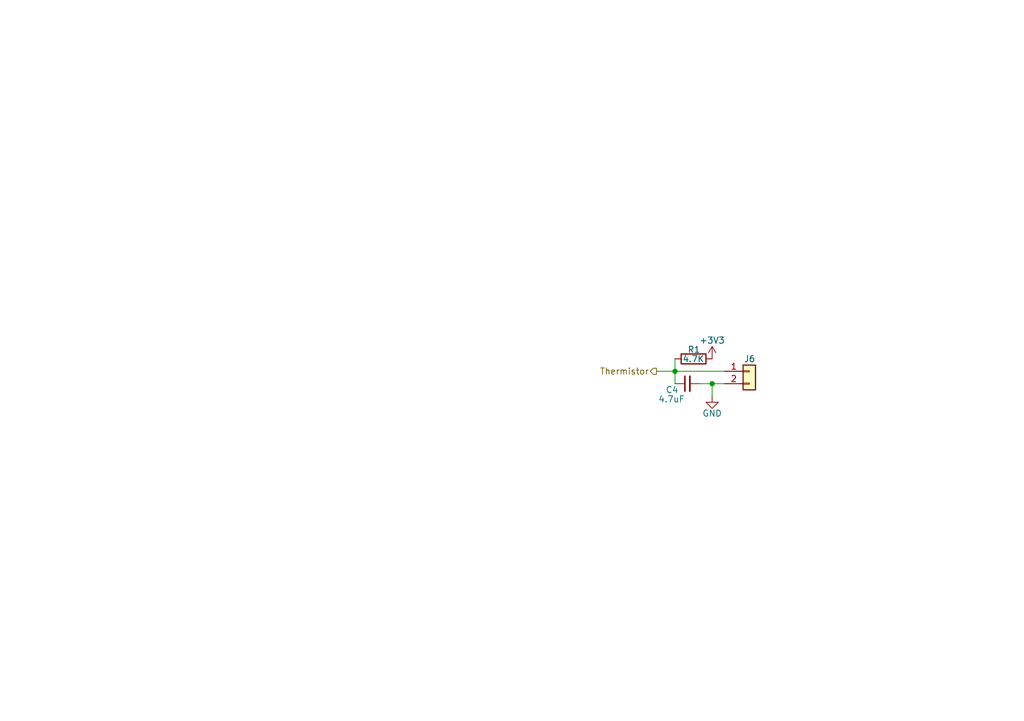
<source format=kicad_sch>
(kicad_sch (version 20231120) (generator "eeschema") (generator_version "8.0")
  (paper "A5")
  (title_block (title "TLA2517 REMS Module") (date "2024-03-22") (rev "V1") (company "Pera") (comment 2 "CERN-OHL-v2-S"))
  (lib_symbols
    (symbol "Connector_Generic:Conn_01x02" (pin_names (offset 1.016) hide)
      (property "Reference" "J" (at 0 2.54 0))
      (property "Value" "Conn_01x02" (at 0 -5.08 0))
      (symbol "Conn_01x02_1_1"
        (rectangle (start -1.27 -2.413) (end 0 -2.667) (stroke (width 0.1524)))
        (rectangle (start -1.27 0.127) (end 0 -0.127) (stroke (width 0.1524)))
        (rectangle (start -1.27 1.27) (end 1.27 -3.81) (stroke (width 0.254)) (fill (type background)))
        (pin passive line (at -5.08 0 0) (length 3.81) (name "Pin_1") (number "1"))
        (pin passive line (at -5.08 -2.54 0) (length 3.81) (name "Pin_2") (number "2"))
      )
    )
    (symbol "Device:C_Small" (pin_numbers hide) (pin_names (offset 0.254) hide)
      (property "Reference" "C" (at 0.254 1.778 0))
      (property "Value" "C_Small" (at 0.254 -2.032 0))
      (symbol "C_Small_0_1"
        (polyline (pts (xy -1.524 -0.508) (xy 1.524 -0.508)) (stroke (width 0.3302)))
        (polyline (pts (xy -1.524 0.508) (xy 1.524 0.508)) (stroke (width 0.3048)))
      )
      (symbol "C_Small_1_1"
        (pin passive line (at 0 2.54 270) (length 2.032) (name "~") (number "1"))
        (pin passive line (at 0 -2.54 90) (length 2.032) (name "~") (number "2"))
      )
    )
    (symbol "Device:R" (pin_numbers hide) (pin_names (offset 0))
      (property "Reference" "R" (at 2.032 0 90))
      (property "Value" "R" (at 0 0 90))
      (symbol "R_0_1"
        (rectangle (start -1.016 -2.54) (end 1.016 2.54) (stroke (width 0.254)))
      )
      (symbol "R_1_1"
        (pin passive line (at 0 3.81 270) (length 1.27) (name "~") (number "1"))
        (pin passive line (at 0 -3.81 90) (length 1.27) (name "~") (number "2"))
      )
    )
    (symbol "power:+3V3" (power) (pin_names (offset 0))
      (property "Value" "+3V3" (at 0 3.556 0))
      (symbol "+3V3_0_1"
        (polyline (pts (xy -0.762 1.27) (xy 0 2.54)))
        (polyline (pts (xy 0 0) (xy 0 2.54)))
        (polyline (pts (xy 0 2.54) (xy 0.762 1.27)))
      )
      (symbol "+3V3_1_1"
        (pin power_in line (at 0 0 90) (length 0) hide (name "+3V3") (number "1"))
      )
    )
    (symbol "power:GND" (power) (pin_numbers hide) (pin_names (offset 0) hide)
      (property "Value" "GND" (at 0 -3.81 0))
      (symbol "GND_0_1"
        (polyline (pts (xy 0 0) (xy 0 -1.27) (xy 1.27 -1.27) (xy 0 -2.54) (xy -1.27 -1.27) (xy 0 -1.27)))
      )
      (symbol "GND_1_1"
        (pin power_in line (at 0 0 270) (length 0) (name "~") (number "1"))
      )
    )
  )
  (junction (at 146.05 78.74))
  (junction (at 138.43 76.2))
  (wire (pts (xy 146.05 78.74) (xy 146.05 81.28)))
  (wire (pts (xy 138.43 73.66) (xy 138.43 76.2)))
  (wire (pts (xy 134.62 76.2) (xy 138.43 76.2)))
  (wire (pts (xy 138.43 76.2) (xy 148.59 76.2)))
  (wire (pts (xy 146.05 78.74) (xy 148.59 78.74)))
  (wire (pts (xy 143.51 78.74) (xy 146.05 78.74)))
  (wire (pts (xy 138.43 76.2) (xy 138.43 78.74)))
  (hierarchical_label "Thermistor" (shape output) (at 134.62 76.2 180))
  (symbol (lib_id "power:GND") (at 146.05 81.28 0) (unit 1)
    (property "Reference" "#PWR06" (effects (hide yes)))
    (property "Value" "GND" (at 146.05 84.836 0))
    (property "Description" "Power symbol creates a global label with name \"GND\" , ground" (effects (hide yes)))
    (instances (project "Thermistor_Module" (path "" (reference "#PWR06") (unit 1)) (path "" (reference "#PWR09") (unit 1)) (path "" (reference "#PWR012") (unit 1)) (path "" (reference "#PWR015") (unit 1)) (path "" (reference "#PWR016") (unit 1)) (path "" (reference "#PWR017") (unit 1)) (path "" (reference "#PWR018") (unit 1)) (path "" (reference "#PWR019") (unit 1))))
  )
  (symbol (lib_id "Connector_Generic:Conn_01x02") (at 153.67 76.2 0) (unit 1)
    (property "Reference" "J6" (at 154.94 73.66 0) (effects (justify right)))
    (property "Value" "Conn_01x02" (effects (hide yes)))
    (property "Footprint" "Connector_JST:JST_XH_B2B-XH-A_1x02_P2.50mm_Vertical" (effects (hide yes)))
    (instances (project "Thermistor_Module" (path "" (reference "J6") (unit 1)) (path "" (reference "J7") (unit 1)) (path "" (reference "J8") (unit 1)) (path "" (reference "J1") (unit 1)) (path "" (reference "J2") (unit 1)) (path "" (reference "J3") (unit 1)) (path "" (reference "J4") (unit 1)) (path "" (reference "J5") (unit 1))) (project "PearBoard" (path "" (reference "J1") (unit 1)) (path "" (reference "J1") (unit 1)) (path "" (reference "J5") (unit 1)) (path "" (reference "J6") (unit 1)) (path "" (reference "J7") (unit 1)) (path "" (reference "J8") (unit 1)) (path "" (reference "J9") (unit 1)) (path "" (reference "J18") (unit 1)) (path "" (reference "J2") (unit 1)) (path "" (reference "J11") (unit 1)) (path "" (reference "J15") (unit 1)) (path "" (reference "J12") (unit 1)) (path "" (reference "J17") (unit 1)) (path "" (reference "J16") (unit 1)) (path "" (reference "J13") (unit 1)) (path "" (reference "J10") (unit 1)) (path "" (reference "J14") (unit 1))))
  )
  (symbol (lib_id "power:+3V3") (at 146.05 73.66 0) (unit 1)
    (property "Reference" "#PWR04" (effects (hide yes)))
    (property "Value" "+3V3" (at 146.05 69.85 0))
    (instances (project "Thermistor_Module" (path "" (reference "#PWR04") (unit 1)) (path "" (reference "#PWR05") (unit 1)) (path "" (reference "#PWR07") (unit 1)) (path "" (reference "#PWR08") (unit 1)) (path "" (reference "#PWR010") (unit 1)) (path "" (reference "#PWR011") (unit 1)) (path "" (reference "#PWR013") (unit 1)) (path "" (reference "#PWR014") (unit 1))))
  )
  (symbol (lib_id "Device:R") (at 142.24 73.66 270) (unit 1)
    (property "Reference" "R1" (at 140.97 71.755 90) (effects (justify left)))
    (property "Value" "4.7K" (at 139.954 73.66 90) (effects (justify left)))
    (property "Footprint" "CustomFootprints:R_0603_1608Metric_De-Silked" (effects (hide yes)))
    (instances (project "Thermistor_Module" (path "" (reference "R1") (unit 1)) (path "" (reference "R2") (unit 1)) (path "" (reference "R3") (unit 1)) (path "" (reference "R4") (unit 1)) (path "" (reference "R5") (unit 1)) (path "" (reference "R6") (unit 1)) (path "" (reference "R7") (unit 1)) (path "" (reference "R8") (unit 1))))
  )
  (symbol (lib_id "Device:C_Small") (at 140.97 78.74 90) (unit 1)
    (property "Reference" "C4" (at 139.192 80.01 90) (effects (justify left)))
    (property "Value" "4.7uF" (at 140.462 81.915 90) (effects (justify left)))
    (property "Footprint" "CustomFootprints:C_0603_1608Metric-DeSilked" (effects (hide yes)))
    (property "Description" "Unpolarized capacitor, small symbol" (effects (hide yes)))
    (instances (project "Thermistor_Module" (path "" (reference "C4") (unit 1)) (path "" (reference "C5") (unit 1)) (path "" (reference "C6") (unit 1)) (path "" (reference "C7") (unit 1)) (path "" (reference "C8") (unit 1)) (path "" (reference "C9") (unit 1)) (path "" (reference "C10") (unit 1)) (path "" (reference "C11") (unit 1))))
  )
)
</source>
